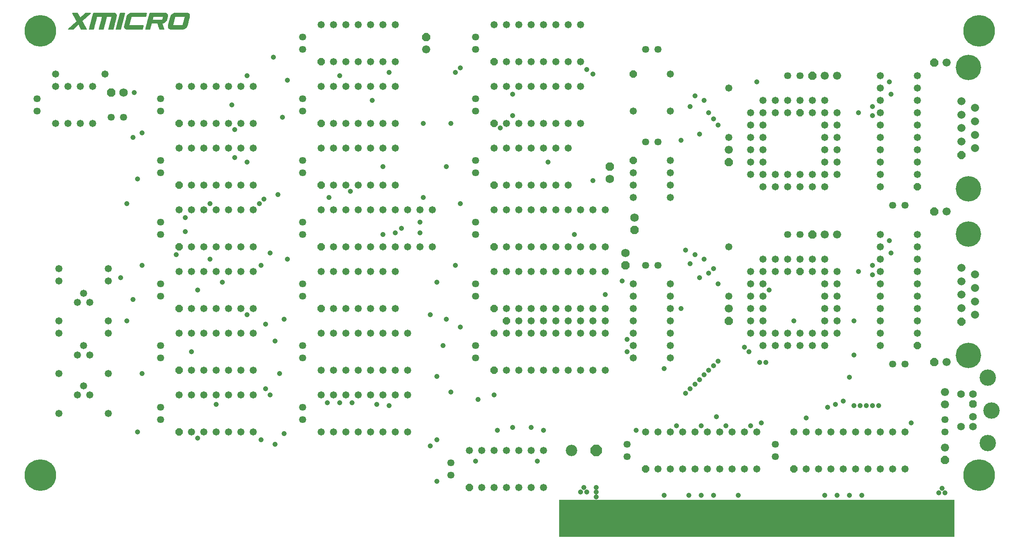
<source format=gts>
G75*
G70*
%OFA0B0*%
%FSLAX24Y24*%
%IPPOS*%
%LPD*%
%AMOC8*
5,1,8,0,0,1.08239X$1,22.5*
%
%ADD10C,0.0060*%
%ADD11OC8,0.0580*%
%ADD12C,0.0580*%
%ADD13R,3.2000X0.3000*%
%ADD14C,0.1326*%
%ADD15C,0.0614*%
%ADD16OC8,0.0614*%
%ADD17C,0.0575*%
%ADD18C,0.0690*%
%ADD19OC8,0.0690*%
%ADD20OC8,0.0660*%
%ADD21C,0.0660*%
%ADD22C,0.2060*%
%ADD23OC8,0.0654*%
%ADD24C,0.0654*%
%ADD25OC8,0.0920*%
%ADD26C,0.0920*%
%ADD27C,0.2560*%
%ADD28C,0.0417*%
D10*
X004461Y041254D02*
X005156Y041884D01*
X004788Y042535D01*
X005196Y042535D01*
X005418Y042129D01*
X005859Y042535D01*
X006247Y042535D01*
X005548Y041894D01*
X005920Y041254D01*
X005508Y041254D01*
X005286Y041660D01*
X004849Y041254D01*
X004461Y041254D01*
X004513Y041301D02*
X004899Y041301D01*
X004962Y041359D02*
X004577Y041359D01*
X004642Y041418D02*
X005025Y041418D01*
X005088Y041476D02*
X004706Y041476D01*
X004771Y041535D02*
X005151Y041535D01*
X005214Y041593D02*
X004835Y041593D01*
X004900Y041652D02*
X005277Y041652D01*
X005290Y041652D02*
X005689Y041652D01*
X005655Y041710D02*
X004964Y041710D01*
X005029Y041769D02*
X005621Y041769D01*
X005587Y041827D02*
X005093Y041827D01*
X005155Y041886D02*
X005553Y041886D01*
X005602Y041944D02*
X005122Y041944D01*
X005089Y042003D02*
X005666Y042003D01*
X005730Y042061D02*
X005056Y042061D01*
X005023Y042120D02*
X005794Y042120D01*
X005858Y042178D02*
X005472Y042178D01*
X005391Y042178D02*
X004990Y042178D01*
X004957Y042237D02*
X005359Y042237D01*
X005327Y042295D02*
X004924Y042295D01*
X004890Y042354D02*
X005295Y042354D01*
X005263Y042412D02*
X004857Y042412D01*
X004824Y042471D02*
X005231Y042471D01*
X005199Y042529D02*
X004791Y042529D01*
X005535Y042237D02*
X005922Y042237D01*
X005985Y042295D02*
X005599Y042295D01*
X005662Y042354D02*
X006049Y042354D01*
X006113Y042412D02*
X005726Y042412D01*
X005789Y042471D02*
X006177Y042471D01*
X006241Y042529D02*
X005853Y042529D01*
X006435Y042354D02*
X008350Y042354D01*
X008350Y042370D02*
X008350Y042296D01*
X008339Y042222D01*
X008087Y041254D01*
X007742Y041254D01*
X008007Y042264D01*
X007557Y042264D01*
X007296Y041254D01*
X006946Y041254D01*
X007211Y042264D01*
X006761Y042264D01*
X006500Y041254D01*
X006151Y041254D01*
X006482Y042535D01*
X008168Y042535D01*
X008204Y042534D01*
X008239Y042525D01*
X008272Y042508D01*
X008300Y042485D01*
X008325Y042451D01*
X008342Y042412D01*
X008350Y042370D01*
X008342Y042412D02*
X006450Y042412D01*
X006465Y042471D02*
X008310Y042471D01*
X008221Y042529D02*
X006480Y042529D01*
X006420Y042295D02*
X008350Y042295D01*
X008341Y042237D02*
X008000Y042237D01*
X007985Y042178D02*
X008327Y042178D01*
X008312Y042120D02*
X007969Y042120D01*
X007954Y042061D02*
X008297Y042061D01*
X008282Y042003D02*
X007938Y042003D01*
X007923Y041944D02*
X008267Y041944D01*
X008251Y041886D02*
X007908Y041886D01*
X007892Y041827D02*
X008236Y041827D01*
X008221Y041769D02*
X007877Y041769D01*
X007862Y041710D02*
X008206Y041710D01*
X008191Y041652D02*
X007846Y041652D01*
X007831Y041593D02*
X008176Y041593D01*
X008160Y041535D02*
X007816Y041535D01*
X007800Y041476D02*
X008145Y041476D01*
X008130Y041418D02*
X007785Y041418D01*
X007770Y041359D02*
X008115Y041359D01*
X008100Y041301D02*
X007754Y041301D01*
X007338Y041418D02*
X006989Y041418D01*
X007005Y041476D02*
X007353Y041476D01*
X007368Y041535D02*
X007020Y041535D01*
X007035Y041593D02*
X007384Y041593D01*
X007399Y041652D02*
X007051Y041652D01*
X007066Y041710D02*
X007414Y041710D01*
X007429Y041769D02*
X007081Y041769D01*
X007097Y041827D02*
X007444Y041827D01*
X007459Y041886D02*
X007112Y041886D01*
X007128Y041944D02*
X007474Y041944D01*
X007490Y042003D02*
X007143Y042003D01*
X007158Y042061D02*
X007505Y042061D01*
X007520Y042120D02*
X007174Y042120D01*
X007189Y042178D02*
X007535Y042178D01*
X007550Y042237D02*
X007204Y042237D01*
X006754Y042237D02*
X006405Y042237D01*
X006389Y042178D02*
X006739Y042178D01*
X006724Y042120D02*
X006374Y042120D01*
X006359Y042061D02*
X006709Y042061D01*
X006694Y042003D02*
X006344Y042003D01*
X006329Y041944D02*
X006679Y041944D01*
X006664Y041886D02*
X006314Y041886D01*
X006299Y041827D02*
X006649Y041827D01*
X006633Y041769D02*
X006284Y041769D01*
X006269Y041710D02*
X006618Y041710D01*
X006603Y041652D02*
X006253Y041652D01*
X006238Y041593D02*
X006588Y041593D01*
X006573Y041535D02*
X006223Y041535D01*
X006208Y041476D02*
X006558Y041476D01*
X006543Y041418D02*
X006193Y041418D01*
X006178Y041359D02*
X006527Y041359D01*
X006512Y041301D02*
X006163Y041301D01*
X005893Y041301D02*
X005482Y041301D01*
X005450Y041359D02*
X005859Y041359D01*
X005825Y041418D02*
X005418Y041418D01*
X005386Y041476D02*
X005791Y041476D01*
X005757Y041535D02*
X005354Y041535D01*
X005322Y041593D02*
X005723Y041593D01*
X006959Y041301D02*
X007308Y041301D01*
X007323Y041359D02*
X006974Y041359D01*
X008339Y041254D02*
X008670Y042535D01*
X009015Y042535D01*
X008684Y041254D01*
X008339Y041254D01*
X008351Y041301D02*
X008696Y041301D01*
X008711Y041359D02*
X008366Y041359D01*
X008381Y041418D02*
X008726Y041418D01*
X008742Y041476D02*
X008396Y041476D01*
X008411Y041535D02*
X008757Y041535D01*
X008772Y041593D02*
X008426Y041593D01*
X008441Y041652D02*
X008787Y041652D01*
X008802Y041710D02*
X008456Y041710D01*
X008472Y041769D02*
X008817Y041769D01*
X008832Y041827D02*
X008487Y041827D01*
X008502Y041886D02*
X008847Y041886D01*
X008862Y041944D02*
X008517Y041944D01*
X008532Y042003D02*
X008878Y042003D01*
X008893Y042061D02*
X008547Y042061D01*
X008562Y042120D02*
X008908Y042120D01*
X008923Y042178D02*
X008577Y042178D01*
X008592Y042237D02*
X008938Y042237D01*
X008953Y042295D02*
X008608Y042295D01*
X008623Y042354D02*
X008968Y042354D01*
X008983Y042412D02*
X008638Y042412D01*
X008653Y042471D02*
X008998Y042471D01*
X009014Y042529D02*
X008668Y042529D01*
X009203Y042273D02*
X009235Y042335D01*
X009276Y042393D01*
X009325Y042444D01*
X009369Y042482D01*
X009419Y042511D01*
X009474Y042531D01*
X009502Y042535D01*
X009529Y042535D01*
X010790Y042535D01*
X010724Y042264D01*
X009546Y042264D01*
X009357Y041525D01*
X010528Y041525D01*
X010463Y041254D01*
X009168Y041254D01*
X009139Y041256D01*
X009111Y041265D01*
X009086Y041279D01*
X009063Y041298D01*
X009036Y041335D01*
X009017Y041377D01*
X009007Y041422D01*
X009005Y041474D01*
X009011Y041525D01*
X009023Y041586D01*
X009180Y042206D01*
X009203Y042273D01*
X009215Y042295D02*
X010731Y042295D01*
X010746Y042354D02*
X009248Y042354D01*
X009295Y042412D02*
X010760Y042412D01*
X010774Y042471D02*
X009356Y042471D01*
X009468Y042529D02*
X010788Y042529D01*
X011028Y042471D02*
X011110Y042471D01*
X012438Y042471D01*
X012428Y042482D02*
X012453Y042454D01*
X012474Y042423D01*
X012488Y042389D01*
X012496Y042353D01*
X012495Y042288D01*
X012484Y042224D01*
X012441Y042063D01*
X012429Y042024D01*
X012410Y041988D01*
X012354Y041905D01*
X012286Y041831D01*
X012228Y041786D01*
X012163Y041753D01*
X012095Y041737D01*
X012026Y041729D01*
X012198Y041254D01*
X011852Y041254D01*
X011680Y041733D01*
X011180Y041733D01*
X011055Y041254D01*
X010710Y041254D01*
X011045Y042535D01*
X012288Y042535D01*
X012326Y042532D01*
X012363Y042522D01*
X012397Y042505D01*
X012428Y042482D01*
X012478Y042412D02*
X011170Y042412D01*
X011012Y042412D01*
X010997Y042354D02*
X011229Y042354D01*
X012496Y042354D01*
X012496Y042295D02*
X011288Y042295D01*
X010982Y042295D01*
X010967Y042237D02*
X011314Y042237D01*
X011320Y042264D02*
X011045Y042535D01*
X011320Y042264D01*
X012150Y042264D01*
X012082Y041985D01*
X011252Y041985D01*
X011320Y042264D01*
X011299Y042178D02*
X010951Y042178D01*
X010936Y042120D02*
X011285Y042120D01*
X011271Y042061D02*
X010921Y042061D01*
X010905Y042003D02*
X011256Y042003D01*
X011174Y041710D02*
X010829Y041710D01*
X010814Y041652D02*
X011159Y041652D01*
X011144Y041593D02*
X010798Y041593D01*
X010783Y041535D02*
X011128Y041535D01*
X011113Y041476D02*
X010768Y041476D01*
X010753Y041418D02*
X011098Y041418D01*
X011083Y041359D02*
X010737Y041359D01*
X010722Y041301D02*
X011068Y041301D01*
X010844Y041769D02*
X012194Y041769D01*
X012281Y041827D02*
X010860Y041827D01*
X010875Y041886D02*
X012337Y041886D01*
X012381Y041944D02*
X010890Y041944D01*
X010516Y041476D02*
X009005Y041476D01*
X009008Y041418D02*
X010502Y041418D01*
X010488Y041359D02*
X009025Y041359D01*
X009062Y041301D02*
X010474Y041301D01*
X009374Y041593D02*
X009024Y041593D01*
X009013Y041535D02*
X009359Y041535D01*
X009389Y041652D02*
X009039Y041652D01*
X009054Y041710D02*
X009404Y041710D01*
X009419Y041769D02*
X009069Y041769D01*
X009084Y041827D02*
X009434Y041827D01*
X009449Y041886D02*
X009099Y041886D01*
X009114Y041944D02*
X009464Y041944D01*
X009479Y042003D02*
X009129Y042003D01*
X009144Y042061D02*
X009494Y042061D01*
X009509Y042120D02*
X009158Y042120D01*
X009173Y042178D02*
X009524Y042178D01*
X009539Y042237D02*
X009191Y042237D01*
X011043Y042529D02*
X011051Y042529D01*
X012338Y042529D01*
X012487Y042237D02*
X012144Y042237D01*
X012129Y042178D02*
X012472Y042178D01*
X012457Y042120D02*
X012115Y042120D01*
X012101Y042061D02*
X012441Y042061D01*
X012418Y042003D02*
X012086Y042003D01*
X012033Y041710D02*
X011689Y041710D01*
X011709Y041652D02*
X012054Y041652D01*
X012075Y041593D02*
X011730Y041593D01*
X011751Y041535D02*
X012096Y041535D01*
X012117Y041476D02*
X011772Y041476D01*
X011793Y041418D02*
X012138Y041418D01*
X012159Y041359D02*
X011814Y041359D01*
X011835Y041301D02*
X012180Y041301D01*
X012562Y041400D02*
X012576Y041358D01*
X012586Y041332D01*
X012603Y041309D01*
X012623Y041289D01*
X012647Y041273D01*
X012673Y041261D01*
X012701Y041256D01*
X012729Y041254D01*
X013743Y041254D01*
X013784Y041255D01*
X013824Y041263D01*
X013863Y041280D01*
X013898Y041302D01*
X013947Y041341D01*
X013990Y041386D01*
X014033Y041442D01*
X014067Y041504D01*
X014091Y041571D01*
X014263Y042230D01*
X014271Y042284D01*
X014271Y042339D01*
X014266Y042384D01*
X014253Y042428D01*
X014235Y042462D01*
X014210Y042492D01*
X014178Y042514D01*
X014142Y042529D01*
X014104Y042535D01*
X013115Y042535D01*
X013095Y042264D01*
X013115Y042535D01*
X013072Y042535D01*
X013018Y042527D01*
X012966Y042509D01*
X012919Y042481D01*
X012857Y042423D01*
X012806Y042356D01*
X012765Y042284D01*
X012735Y042206D01*
X012568Y041577D01*
X012560Y041538D01*
X012556Y041444D01*
X012562Y041400D01*
X012560Y041418D02*
X014014Y041418D01*
X014051Y041476D02*
X012557Y041476D01*
X012560Y041535D02*
X012902Y041535D01*
X012900Y041525D02*
X013732Y041525D01*
X013927Y042264D01*
X013095Y042264D01*
X012900Y041525D01*
X012918Y041593D02*
X012572Y041593D01*
X012588Y041652D02*
X012933Y041652D01*
X012949Y041710D02*
X012603Y041710D01*
X012619Y041769D02*
X012964Y041769D01*
X012979Y041827D02*
X012635Y041827D01*
X012650Y041886D02*
X012995Y041886D01*
X013010Y041944D02*
X012666Y041944D01*
X012681Y042003D02*
X013026Y042003D01*
X013041Y042061D02*
X012697Y042061D01*
X012712Y042120D02*
X013057Y042120D01*
X013072Y042178D02*
X012728Y042178D01*
X012747Y042237D02*
X013088Y042237D01*
X013097Y042295D02*
X014271Y042295D01*
X014269Y042354D02*
X013102Y042354D01*
X012804Y042354D01*
X012771Y042295D02*
X013097Y042295D01*
X013106Y042412D02*
X014258Y042412D01*
X014228Y042471D02*
X013110Y042471D01*
X012908Y042471D01*
X012849Y042412D02*
X013106Y042412D01*
X013115Y042529D02*
X014141Y042529D01*
X014264Y042237D02*
X013920Y042237D01*
X013905Y042178D02*
X014249Y042178D01*
X014234Y042120D02*
X013889Y042120D01*
X013874Y042061D02*
X014219Y042061D01*
X014204Y042003D02*
X013858Y042003D01*
X013843Y041944D02*
X014188Y041944D01*
X014173Y041886D02*
X013827Y041886D01*
X013812Y041827D02*
X014158Y041827D01*
X014143Y041769D02*
X013796Y041769D01*
X013781Y041710D02*
X014128Y041710D01*
X014112Y041652D02*
X013765Y041652D01*
X013750Y041593D02*
X014097Y041593D01*
X014078Y041535D02*
X013734Y041535D01*
X013896Y041301D02*
X012611Y041301D01*
X012575Y041359D02*
X013964Y041359D01*
X013115Y042529D02*
X013033Y042529D01*
D11*
X024930Y038600D03*
X024930Y033600D03*
X024930Y028600D03*
X024930Y023600D03*
X024930Y018600D03*
X013430Y018600D03*
X013430Y013600D03*
X013430Y008600D03*
X036930Y004100D03*
X051180Y005600D03*
X063180Y005600D03*
X073180Y015600D03*
X063680Y021600D03*
X073180Y028475D03*
X063680Y034475D03*
X050180Y037600D03*
X038930Y038600D03*
X038930Y033600D03*
X038930Y028600D03*
X038930Y023600D03*
X038930Y018600D03*
X039930Y017600D03*
X038930Y013600D03*
X013430Y023600D03*
X013430Y028600D03*
X013430Y033600D03*
X050180Y030600D03*
D12*
X050180Y029600D03*
X050180Y028600D03*
X050180Y027600D03*
X047930Y026600D03*
X046930Y026600D03*
X045930Y026600D03*
X044930Y026600D03*
X043930Y026600D03*
X042930Y026600D03*
X041930Y026600D03*
X040930Y026600D03*
X039930Y026600D03*
X038930Y026600D03*
X039930Y028600D03*
X040930Y028600D03*
X041930Y028600D03*
X042930Y028600D03*
X043930Y028600D03*
X044930Y028600D03*
X044930Y031600D03*
X043930Y031600D03*
X042930Y031600D03*
X041930Y031600D03*
X040930Y031600D03*
X039930Y031600D03*
X038930Y031600D03*
X039930Y033600D03*
X040930Y033600D03*
X041930Y033600D03*
X042930Y033600D03*
X043930Y033600D03*
X044930Y033600D03*
X045930Y033600D03*
X050180Y034600D03*
X053180Y034600D03*
X057930Y036475D03*
X060680Y035475D03*
X061680Y035475D03*
X062680Y035475D03*
X062680Y034475D03*
X061680Y034475D03*
X060680Y034475D03*
X059680Y034475D03*
X059680Y033475D03*
X060680Y033475D03*
X060680Y032475D03*
X059680Y032475D03*
X059680Y031475D03*
X060680Y031475D03*
X060680Y030475D03*
X059680Y030475D03*
X059680Y029475D03*
X060680Y029475D03*
X061680Y029475D03*
X062680Y029475D03*
X062680Y028475D03*
X061680Y028475D03*
X060680Y028475D03*
X063680Y028475D03*
X064680Y028475D03*
X065680Y028475D03*
X065680Y029475D03*
X064680Y029475D03*
X063680Y029475D03*
X065680Y030475D03*
X066680Y030475D03*
X066680Y029475D03*
X070180Y029475D03*
X070180Y028475D03*
X073180Y029475D03*
X073180Y030475D03*
X073180Y031475D03*
X073180Y032475D03*
X073180Y033475D03*
X073180Y034475D03*
X073180Y035475D03*
X073180Y036475D03*
X073180Y037475D03*
X070180Y037475D03*
X070180Y036475D03*
X070180Y035475D03*
X070180Y034475D03*
X070180Y033475D03*
X070180Y032475D03*
X070180Y031475D03*
X070180Y030475D03*
X066680Y031475D03*
X065680Y031475D03*
X065680Y032475D03*
X066680Y032475D03*
X066680Y033475D03*
X065680Y033475D03*
X065680Y034475D03*
X064680Y034475D03*
X064680Y035475D03*
X063680Y035475D03*
X065680Y035475D03*
X066680Y034475D03*
X057930Y032475D03*
X053180Y030600D03*
X053180Y029600D03*
X053180Y028600D03*
X053180Y027600D03*
X057930Y023600D03*
X060680Y022600D03*
X061680Y022600D03*
X062680Y022600D03*
X062680Y021600D03*
X061680Y021600D03*
X060680Y021600D03*
X059680Y021600D03*
X059680Y020600D03*
X060680Y020600D03*
X060680Y019600D03*
X059680Y019600D03*
X059680Y018600D03*
X060680Y018600D03*
X060680Y017600D03*
X059680Y017600D03*
X059680Y016600D03*
X060680Y016600D03*
X061680Y016600D03*
X062680Y016600D03*
X063680Y016600D03*
X064680Y016600D03*
X065680Y016600D03*
X066680Y016600D03*
X066680Y017600D03*
X065680Y017600D03*
X065680Y018600D03*
X066680Y018600D03*
X066680Y019600D03*
X065680Y019600D03*
X065680Y020600D03*
X066680Y020600D03*
X066680Y021600D03*
X065680Y021600D03*
X064680Y021600D03*
X064680Y022600D03*
X063680Y022600D03*
X065680Y022600D03*
X070180Y022600D03*
X070180Y021600D03*
X070180Y020600D03*
X070180Y019600D03*
X070180Y018600D03*
X070180Y017600D03*
X070180Y016600D03*
X070180Y015600D03*
X073180Y016600D03*
X073180Y017600D03*
X073180Y018600D03*
X073180Y019600D03*
X073180Y020600D03*
X073180Y021600D03*
X073180Y022600D03*
X073180Y023600D03*
X073180Y024600D03*
X070180Y024600D03*
X070180Y023600D03*
X057930Y019600D03*
X053180Y019600D03*
X053180Y018600D03*
X053180Y017600D03*
X053180Y016600D03*
X053180Y015600D03*
X053180Y014600D03*
X050180Y014600D03*
X050180Y015600D03*
X050180Y016600D03*
X050180Y017600D03*
X050180Y018600D03*
X050180Y019600D03*
X047930Y018600D03*
X046930Y018600D03*
X046930Y017600D03*
X047930Y017600D03*
X047930Y016600D03*
X046930Y016600D03*
X045930Y016600D03*
X044930Y016600D03*
X043930Y016600D03*
X042930Y016600D03*
X041930Y016600D03*
X040930Y016600D03*
X039930Y016600D03*
X038930Y016600D03*
X040930Y017600D03*
X041930Y017600D03*
X042930Y017600D03*
X043930Y017600D03*
X044930Y017600D03*
X045930Y017600D03*
X045930Y018600D03*
X044930Y018600D03*
X043930Y018600D03*
X042930Y018600D03*
X041930Y018600D03*
X040930Y018600D03*
X039930Y018600D03*
X039930Y021600D03*
X038930Y021600D03*
X040930Y021600D03*
X041930Y021600D03*
X042930Y021600D03*
X043930Y021600D03*
X044930Y021600D03*
X045930Y021600D03*
X046930Y021600D03*
X047930Y021600D03*
X050180Y020600D03*
X053180Y020600D03*
X047930Y023600D03*
X046930Y023600D03*
X045930Y023600D03*
X044930Y023600D03*
X043930Y023600D03*
X042930Y023600D03*
X041930Y023600D03*
X040930Y023600D03*
X039930Y023600D03*
X033930Y023600D03*
X032930Y023600D03*
X031930Y023600D03*
X030930Y023600D03*
X029930Y023600D03*
X028930Y023600D03*
X027930Y023600D03*
X026930Y023600D03*
X025930Y023600D03*
X025930Y021600D03*
X024930Y021600D03*
X026930Y021600D03*
X027930Y021600D03*
X028930Y021600D03*
X029930Y021600D03*
X030930Y021600D03*
X030930Y018600D03*
X029930Y018600D03*
X028930Y018600D03*
X027930Y018600D03*
X026930Y018600D03*
X025930Y018600D03*
X025930Y016600D03*
X024930Y016600D03*
X026930Y016600D03*
X027930Y016600D03*
X028930Y016600D03*
X029930Y016600D03*
X030930Y016600D03*
X031930Y016600D03*
X031930Y013600D03*
X030930Y013600D03*
X029930Y013600D03*
X028930Y013600D03*
X027930Y013600D03*
X026930Y013600D03*
X025930Y013600D03*
X024930Y013600D03*
X024930Y011600D03*
X025930Y011600D03*
X026930Y011600D03*
X027930Y011600D03*
X028930Y011600D03*
X029930Y011600D03*
X030930Y011600D03*
X031930Y011600D03*
X031930Y008600D03*
X030930Y008600D03*
X029930Y008600D03*
X028930Y008600D03*
X027930Y008600D03*
X026930Y008600D03*
X025930Y008600D03*
X024930Y008600D03*
X019430Y008600D03*
X018430Y008600D03*
X017430Y008600D03*
X016430Y008600D03*
X015430Y008600D03*
X014430Y008600D03*
X014430Y011600D03*
X013430Y011600D03*
X015430Y011600D03*
X016430Y011600D03*
X017430Y011600D03*
X018430Y011600D03*
X019430Y011600D03*
X019430Y013600D03*
X018430Y013600D03*
X017430Y013600D03*
X016430Y013600D03*
X015430Y013600D03*
X014430Y013600D03*
X014430Y016600D03*
X013430Y016600D03*
X015430Y016600D03*
X016430Y016600D03*
X017430Y016600D03*
X018430Y016600D03*
X019430Y016600D03*
X019430Y018600D03*
X018430Y018600D03*
X017430Y018600D03*
X016430Y018600D03*
X015430Y018600D03*
X014430Y018600D03*
X014430Y021600D03*
X013430Y021600D03*
X015430Y021600D03*
X016430Y021600D03*
X017430Y021600D03*
X018430Y021600D03*
X019430Y021600D03*
X019430Y023600D03*
X018430Y023600D03*
X017430Y023600D03*
X016430Y023600D03*
X015430Y023600D03*
X014430Y023600D03*
X014430Y026600D03*
X013430Y026600D03*
X015430Y026600D03*
X016430Y026600D03*
X017430Y026600D03*
X018430Y026600D03*
X019430Y026600D03*
X019430Y028600D03*
X018430Y028600D03*
X017430Y028600D03*
X016430Y028600D03*
X015430Y028600D03*
X014430Y028600D03*
X014430Y031600D03*
X013430Y031600D03*
X015430Y031600D03*
X016430Y031600D03*
X017430Y031600D03*
X018430Y031600D03*
X019430Y031600D03*
X019430Y033600D03*
X018430Y033600D03*
X017430Y033600D03*
X016430Y033600D03*
X015430Y033600D03*
X014430Y033600D03*
X014430Y036600D03*
X013430Y036600D03*
X015430Y036600D03*
X016430Y036600D03*
X017430Y036600D03*
X018430Y036600D03*
X019430Y036600D03*
X024930Y036600D03*
X025930Y036600D03*
X026930Y036600D03*
X027930Y036600D03*
X028930Y036600D03*
X029930Y036600D03*
X030930Y036600D03*
X030930Y038600D03*
X029930Y038600D03*
X028930Y038600D03*
X027930Y038600D03*
X026930Y038600D03*
X025930Y038600D03*
X025930Y041600D03*
X024930Y041600D03*
X026930Y041600D03*
X027930Y041600D03*
X028930Y041600D03*
X029930Y041600D03*
X030930Y041600D03*
X038930Y041600D03*
X039930Y041600D03*
X040930Y041600D03*
X041930Y041600D03*
X042930Y041600D03*
X043930Y041600D03*
X044930Y041600D03*
X045930Y041600D03*
X045930Y038600D03*
X044930Y038600D03*
X043930Y038600D03*
X042930Y038600D03*
X041930Y038600D03*
X040930Y038600D03*
X039930Y038600D03*
X039930Y036600D03*
X038930Y036600D03*
X040930Y036600D03*
X041930Y036600D03*
X042930Y036600D03*
X043930Y036600D03*
X044930Y036600D03*
X045930Y036600D03*
X053180Y037600D03*
X030930Y033600D03*
X029930Y033600D03*
X028930Y033600D03*
X027930Y033600D03*
X026930Y033600D03*
X025930Y033600D03*
X025930Y031600D03*
X024930Y031600D03*
X026930Y031600D03*
X027930Y031600D03*
X028930Y031600D03*
X029930Y031600D03*
X030930Y031600D03*
X030930Y028600D03*
X029930Y028600D03*
X028930Y028600D03*
X027930Y028600D03*
X026930Y028600D03*
X025930Y028600D03*
X025930Y026600D03*
X024930Y026600D03*
X026930Y026600D03*
X027930Y026600D03*
X028930Y026600D03*
X029930Y026600D03*
X030930Y026600D03*
X031930Y026600D03*
X032930Y026600D03*
X033930Y026600D03*
X039930Y013600D03*
X040930Y013600D03*
X041930Y013600D03*
X042930Y013600D03*
X043930Y013600D03*
X044930Y013600D03*
X045930Y013600D03*
X046930Y013600D03*
X047930Y013600D03*
X051180Y008600D03*
X052180Y008600D03*
X053180Y008600D03*
X054180Y008600D03*
X055180Y008600D03*
X056180Y008600D03*
X057180Y008600D03*
X058180Y008600D03*
X059180Y008600D03*
X060180Y008600D03*
X063180Y008600D03*
X064180Y008600D03*
X065180Y008600D03*
X066180Y008600D03*
X067180Y008600D03*
X068180Y008600D03*
X069180Y008600D03*
X070180Y008600D03*
X071180Y008600D03*
X072180Y008600D03*
X072180Y005600D03*
X071180Y005600D03*
X070180Y005600D03*
X069180Y005600D03*
X068180Y005600D03*
X067180Y005600D03*
X066180Y005600D03*
X065180Y005600D03*
X064180Y005600D03*
X060180Y005600D03*
X059180Y005600D03*
X058180Y005600D03*
X057180Y005600D03*
X056180Y005600D03*
X055180Y005600D03*
X054180Y005600D03*
X053180Y005600D03*
X052180Y005600D03*
X042930Y004100D03*
X041930Y004100D03*
X040930Y004100D03*
X039930Y004100D03*
X038930Y004100D03*
X037930Y004100D03*
X037930Y007100D03*
X036930Y007100D03*
X038930Y007100D03*
X039930Y007100D03*
X040930Y007100D03*
X041930Y007100D03*
X042930Y007100D03*
X060680Y015600D03*
X061680Y015600D03*
X062680Y015600D03*
X063680Y015600D03*
X064680Y015600D03*
X065680Y015600D03*
X007680Y016600D03*
X007680Y017600D03*
X006180Y019100D03*
X005180Y019100D03*
X005680Y019850D03*
X003680Y020850D03*
X003680Y021850D03*
X007680Y021850D03*
X007680Y020850D03*
X003680Y017600D03*
X003680Y016600D03*
X005680Y015600D03*
X005180Y014850D03*
X006180Y014850D03*
X007680Y013350D03*
X005680Y012350D03*
X005180Y011600D03*
X006180Y011600D03*
X007680Y010100D03*
X003680Y010100D03*
X003680Y013350D03*
X003430Y033600D03*
X004430Y033600D03*
X005430Y033600D03*
X006430Y033600D03*
X006430Y036600D03*
X005430Y036600D03*
X004430Y036600D03*
X003430Y036600D03*
X003430Y037600D03*
X007430Y037600D03*
D13*
X060180Y001600D03*
D14*
X078886Y007689D03*
X079205Y010350D03*
X078886Y013011D03*
D15*
X077705Y011669D03*
X076724Y011669D03*
X077705Y009838D03*
X077705Y009031D03*
X076724Y009031D03*
D16*
X077705Y010862D03*
D17*
X075430Y009600D03*
X075430Y008600D03*
X072180Y014100D03*
X071180Y014100D03*
X061680Y007600D03*
X061680Y006600D03*
X049680Y006600D03*
X049680Y007600D03*
X037430Y014600D03*
X037430Y015600D03*
X037430Y019600D03*
X037430Y020600D03*
X037430Y024600D03*
X037430Y025600D03*
X037430Y029600D03*
X037430Y030600D03*
X037430Y034600D03*
X037430Y035600D03*
X037430Y039600D03*
X037430Y040600D03*
X051180Y039600D03*
X052180Y039600D03*
X062680Y037475D03*
X063680Y037475D03*
X052180Y032100D03*
X051180Y032100D03*
X062680Y024600D03*
X063680Y024600D03*
X071180Y026975D03*
X072180Y026975D03*
X052180Y022100D03*
X051180Y022100D03*
X023430Y020600D03*
X023430Y019600D03*
X023430Y015600D03*
X023430Y014600D03*
X023430Y010600D03*
X023430Y009600D03*
X011930Y009600D03*
X011930Y010600D03*
X011930Y014600D03*
X011930Y015600D03*
X011930Y019600D03*
X011930Y020600D03*
X011930Y024600D03*
X011930Y025600D03*
X011930Y029600D03*
X011930Y030600D03*
X008930Y034100D03*
X007930Y034100D03*
X011930Y034600D03*
X011930Y035600D03*
X001930Y035600D03*
X001930Y034600D03*
X023430Y034600D03*
X023430Y035600D03*
X023430Y039600D03*
X023430Y040600D03*
X023430Y030600D03*
X023430Y029600D03*
X023430Y025600D03*
X023430Y024600D03*
X035430Y006100D03*
X035430Y005100D03*
D18*
X049555Y023100D03*
X050305Y025975D03*
X048305Y029100D03*
X008930Y036100D03*
D19*
X007930Y036100D03*
X048305Y030100D03*
X050305Y024975D03*
X049555Y022100D03*
D20*
X057930Y017600D03*
X064680Y024600D03*
X074555Y026475D03*
X057930Y030475D03*
X064680Y037475D03*
X074555Y038538D03*
X033430Y040600D03*
X074555Y014288D03*
X075430Y006350D03*
D21*
X075430Y007350D03*
X075430Y010850D03*
X075430Y011850D03*
X075555Y014288D03*
X057930Y018600D03*
X065680Y024600D03*
X066680Y024600D03*
X075555Y026475D03*
X057930Y031475D03*
X065680Y037475D03*
X066680Y037475D03*
X075555Y038538D03*
X033430Y039600D03*
D22*
X077315Y038144D03*
X077315Y028306D03*
X077315Y024644D03*
X077315Y014806D03*
D23*
X076756Y017544D03*
X076756Y031044D03*
D24*
X076756Y032134D03*
X077874Y031589D03*
X077874Y032680D03*
X076756Y033225D03*
X076756Y034316D03*
X077874Y034861D03*
X077874Y033770D03*
X076756Y035406D03*
X076756Y021906D03*
X077874Y021361D03*
X077874Y020270D03*
X076756Y019725D03*
X076756Y020816D03*
X077874Y019180D03*
X077874Y018089D03*
X076756Y018634D03*
D25*
X047180Y007100D03*
D26*
X045180Y007100D03*
D27*
X002180Y005100D03*
X002180Y041100D03*
X078180Y041100D03*
X078180Y005100D03*
D28*
X075430Y003663D03*
X075180Y004038D03*
X074930Y003663D03*
X068680Y003475D03*
X067680Y003475D03*
X066680Y003475D03*
X065680Y003475D03*
X058680Y003475D03*
X056680Y003475D03*
X055680Y003475D03*
X054680Y003475D03*
X052680Y003475D03*
X047180Y003350D03*
X047180Y003725D03*
X047180Y004100D03*
X046430Y003725D03*
X046180Y004100D03*
X045930Y003725D03*
X042430Y006225D03*
X042930Y008725D03*
X041930Y008975D03*
X040430Y008975D03*
X039180Y008725D03*
X037430Y006225D03*
X034305Y004600D03*
X033743Y007475D03*
X034305Y007975D03*
X030430Y010725D03*
X029430Y010850D03*
X027430Y010975D03*
X026430Y010975D03*
X025430Y010975D03*
X021555Y013350D03*
X020430Y012100D03*
X020805Y011600D03*
X016430Y010850D03*
X014930Y008100D03*
X010055Y008600D03*
X010430Y013350D03*
X014430Y015100D03*
X009180Y017600D03*
X009680Y019350D03*
X008680Y021100D03*
X010430Y022100D03*
X013180Y022975D03*
X013930Y024850D03*
X013930Y025975D03*
X015930Y027100D03*
X019930Y027100D03*
X020305Y027475D03*
X021430Y027850D03*
X025555Y027600D03*
X027305Y028100D03*
X029930Y030100D03*
X033180Y027600D03*
X036180Y027100D03*
X032930Y025600D03*
X032930Y024725D03*
X031430Y025100D03*
X030930Y024725D03*
X029930Y024600D03*
X035805Y022100D03*
X034305Y020725D03*
X033743Y018100D03*
X035055Y017725D03*
X036180Y017100D03*
X034805Y015600D03*
X034305Y013100D03*
X035430Y011850D03*
X037618Y011225D03*
X038930Y011600D03*
X049680Y015100D03*
X049680Y016100D03*
X052680Y013725D03*
X055180Y012475D03*
X054805Y012100D03*
X054430Y011725D03*
X055555Y012850D03*
X055930Y013225D03*
X056305Y013600D03*
X056680Y013975D03*
X057055Y014350D03*
X059180Y015475D03*
X059555Y015100D03*
X060430Y014225D03*
X060930Y014225D03*
X063180Y017600D03*
X061180Y020100D03*
X057055Y020600D03*
X056305Y021475D03*
X056680Y021850D03*
X055930Y022600D03*
X055180Y022975D03*
X054430Y023350D03*
X054805Y022225D03*
X055555Y021100D03*
X054055Y018600D03*
X049305Y020850D03*
X047930Y019725D03*
X045430Y024600D03*
X046930Y028975D03*
X043305Y030475D03*
X039430Y033225D03*
X040430Y034225D03*
X040430Y035975D03*
X036180Y038100D03*
X035805Y037725D03*
X030430Y037725D03*
X029055Y035475D03*
X026430Y037475D03*
X022180Y037100D03*
X021055Y038975D03*
X018930Y037475D03*
X017680Y035100D03*
X021805Y034100D03*
X017930Y033100D03*
X017930Y030850D03*
X018930Y030475D03*
X010430Y032850D03*
X009680Y032475D03*
X010055Y029100D03*
X009180Y027100D03*
X015930Y022600D03*
X016930Y020725D03*
X014930Y020100D03*
X018930Y018100D03*
X020430Y017350D03*
X021930Y017725D03*
X021180Y015975D03*
X020055Y022100D03*
X020805Y023100D03*
X022180Y022600D03*
X035055Y030100D03*
X035430Y033600D03*
X033180Y033600D03*
X046430Y037975D03*
X046930Y037600D03*
X054805Y034975D03*
X055930Y035475D03*
X055180Y035850D03*
X056305Y034475D03*
X056680Y033975D03*
X057055Y033475D03*
X055555Y032725D03*
X054055Y032225D03*
X060180Y036975D03*
X068430Y034475D03*
X069555Y034225D03*
X069555Y034975D03*
X071055Y035975D03*
X070930Y036975D03*
X070930Y024100D03*
X071055Y023100D03*
X069555Y022100D03*
X068430Y021600D03*
X069555Y021350D03*
X068055Y017600D03*
X068055Y014850D03*
X067680Y013038D03*
X067180Y011100D03*
X066555Y010850D03*
X065930Y010600D03*
X064180Y009725D03*
X060555Y009350D03*
X059680Y009100D03*
X057680Y009100D03*
X056930Y009850D03*
X055680Y009100D03*
X053680Y009100D03*
X050430Y008725D03*
X068055Y010725D03*
X068555Y010725D03*
X069055Y010725D03*
X069555Y010725D03*
X070055Y010725D03*
X072680Y009350D03*
X021930Y008475D03*
X021180Y007600D03*
X020055Y007975D03*
X009805Y036100D03*
M02*

</source>
